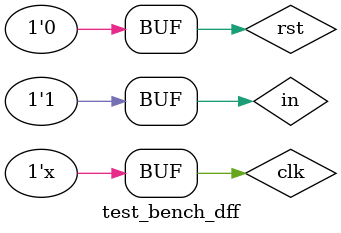
<source format=v>
`timescale 1ns / 1ps

// 
//////////////////////////////////////////////////////////////////////////////////


module test_bench_dff();


    reg clk;
    reg rst;
    reg in;
    wire out;


    dff uut (
        .in(in),
        .out(out),
        .clk(clk),
        .rst(rst)
    );


    always #5 clk = ~clk;


    initial begin
        clk = 0;
        rst = 1;    // Start with reset
        in = 0;

    
        #12 rst = 0;    

       
        #8  in = 1;     // Apply input just before rising edge
        #10 in = 0;    
        #10 in = 1;     
        #10 in = 1;

      
        #5  rst = 1;    // Asynchronous reset
        #10 rst = 0;   

       
        #10 in = 0;
        #10 in = 1;

        
    end

endmodule




</source>
